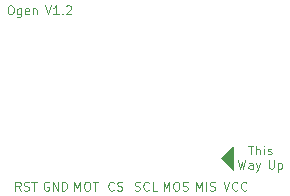
<source format=gbr>
%TF.GenerationSoftware,KiCad,Pcbnew,(7.0.0)*%
%TF.CreationDate,2023-03-29T09:50:13+01:00*%
%TF.ProjectId,Ogen,4f67656e-2e6b-4696-9361-645f70636258,rev?*%
%TF.SameCoordinates,Original*%
%TF.FileFunction,Legend,Top*%
%TF.FilePolarity,Positive*%
%FSLAX46Y46*%
G04 Gerber Fmt 4.6, Leading zero omitted, Abs format (unit mm)*
G04 Created by KiCad (PCBNEW (7.0.0)) date 2023-03-29 09:50:13*
%MOMM*%
%LPD*%
G01*
G04 APERTURE LIST*
%ADD10C,0.120000*%
%ADD11C,0.125000*%
%ADD12O,1.500000X1.700000*%
%ADD13R,1.200000X1.200000*%
%ADD14C,1.200000*%
%ADD15C,4.400000*%
G04 APERTURE END LIST*
D10*
G36*
X35650000Y-30600003D02*
G01*
X34649994Y-29600001D01*
X35649999Y-28600002D01*
X35650000Y-30600003D01*
G37*
X35650000Y-30600003D02*
X34649994Y-29600001D01*
X35649999Y-28600002D01*
X35650000Y-30600003D01*
D11*
X22261429Y-32328535D02*
X22261429Y-31578535D01*
X22261429Y-31578535D02*
X22511429Y-32114250D01*
X22511429Y-32114250D02*
X22761429Y-31578535D01*
X22761429Y-31578535D02*
X22761429Y-32328535D01*
X23261429Y-31578535D02*
X23404286Y-31578535D01*
X23404286Y-31578535D02*
X23475715Y-31614250D01*
X23475715Y-31614250D02*
X23547143Y-31685678D01*
X23547143Y-31685678D02*
X23582858Y-31828535D01*
X23582858Y-31828535D02*
X23582858Y-32078535D01*
X23582858Y-32078535D02*
X23547143Y-32221392D01*
X23547143Y-32221392D02*
X23475715Y-32292821D01*
X23475715Y-32292821D02*
X23404286Y-32328535D01*
X23404286Y-32328535D02*
X23261429Y-32328535D01*
X23261429Y-32328535D02*
X23190001Y-32292821D01*
X23190001Y-32292821D02*
X23118572Y-32221392D01*
X23118572Y-32221392D02*
X23082858Y-32078535D01*
X23082858Y-32078535D02*
X23082858Y-31828535D01*
X23082858Y-31828535D02*
X23118572Y-31685678D01*
X23118572Y-31685678D02*
X23190001Y-31614250D01*
X23190001Y-31614250D02*
X23261429Y-31578535D01*
X23797143Y-31578535D02*
X24225715Y-31578535D01*
X24011429Y-32328535D02*
X24011429Y-31578535D01*
X27377146Y-32292819D02*
X27484289Y-32328533D01*
X27484289Y-32328533D02*
X27662860Y-32328533D01*
X27662860Y-32328533D02*
X27734289Y-32292819D01*
X27734289Y-32292819D02*
X27770003Y-32257105D01*
X27770003Y-32257105D02*
X27805717Y-32185676D01*
X27805717Y-32185676D02*
X27805717Y-32114248D01*
X27805717Y-32114248D02*
X27770003Y-32042819D01*
X27770003Y-32042819D02*
X27734289Y-32007105D01*
X27734289Y-32007105D02*
X27662860Y-31971390D01*
X27662860Y-31971390D02*
X27520003Y-31935676D01*
X27520003Y-31935676D02*
X27448574Y-31899962D01*
X27448574Y-31899962D02*
X27412860Y-31864248D01*
X27412860Y-31864248D02*
X27377146Y-31792819D01*
X27377146Y-31792819D02*
X27377146Y-31721390D01*
X27377146Y-31721390D02*
X27412860Y-31649962D01*
X27412860Y-31649962D02*
X27448574Y-31614248D01*
X27448574Y-31614248D02*
X27520003Y-31578533D01*
X27520003Y-31578533D02*
X27698574Y-31578533D01*
X27698574Y-31578533D02*
X27805717Y-31614248D01*
X28555717Y-32257105D02*
X28520003Y-32292819D01*
X28520003Y-32292819D02*
X28412860Y-32328533D01*
X28412860Y-32328533D02*
X28341432Y-32328533D01*
X28341432Y-32328533D02*
X28234289Y-32292819D01*
X28234289Y-32292819D02*
X28162860Y-32221390D01*
X28162860Y-32221390D02*
X28127146Y-32149962D01*
X28127146Y-32149962D02*
X28091432Y-32007105D01*
X28091432Y-32007105D02*
X28091432Y-31899962D01*
X28091432Y-31899962D02*
X28127146Y-31757105D01*
X28127146Y-31757105D02*
X28162860Y-31685676D01*
X28162860Y-31685676D02*
X28234289Y-31614248D01*
X28234289Y-31614248D02*
X28341432Y-31578533D01*
X28341432Y-31578533D02*
X28412860Y-31578533D01*
X28412860Y-31578533D02*
X28520003Y-31614248D01*
X28520003Y-31614248D02*
X28555717Y-31649962D01*
X29234289Y-32328533D02*
X28877146Y-32328533D01*
X28877146Y-32328533D02*
X28877146Y-31578533D01*
X29809999Y-32328534D02*
X29809999Y-31578534D01*
X29809999Y-31578534D02*
X30059999Y-32114249D01*
X30059999Y-32114249D02*
X30309999Y-31578534D01*
X30309999Y-31578534D02*
X30309999Y-32328534D01*
X30809999Y-31578534D02*
X30952856Y-31578534D01*
X30952856Y-31578534D02*
X31024285Y-31614249D01*
X31024285Y-31614249D02*
X31095713Y-31685677D01*
X31095713Y-31685677D02*
X31131428Y-31828534D01*
X31131428Y-31828534D02*
X31131428Y-32078534D01*
X31131428Y-32078534D02*
X31095713Y-32221391D01*
X31095713Y-32221391D02*
X31024285Y-32292820D01*
X31024285Y-32292820D02*
X30952856Y-32328534D01*
X30952856Y-32328534D02*
X30809999Y-32328534D01*
X30809999Y-32328534D02*
X30738571Y-32292820D01*
X30738571Y-32292820D02*
X30667142Y-32221391D01*
X30667142Y-32221391D02*
X30631428Y-32078534D01*
X30631428Y-32078534D02*
X30631428Y-31828534D01*
X30631428Y-31828534D02*
X30667142Y-31685677D01*
X30667142Y-31685677D02*
X30738571Y-31614249D01*
X30738571Y-31614249D02*
X30809999Y-31578534D01*
X31417142Y-32292820D02*
X31524285Y-32328534D01*
X31524285Y-32328534D02*
X31702856Y-32328534D01*
X31702856Y-32328534D02*
X31774285Y-32292820D01*
X31774285Y-32292820D02*
X31809999Y-32257106D01*
X31809999Y-32257106D02*
X31845713Y-32185677D01*
X31845713Y-32185677D02*
X31845713Y-32114249D01*
X31845713Y-32114249D02*
X31809999Y-32042820D01*
X31809999Y-32042820D02*
X31774285Y-32007106D01*
X31774285Y-32007106D02*
X31702856Y-31971391D01*
X31702856Y-31971391D02*
X31559999Y-31935677D01*
X31559999Y-31935677D02*
X31488570Y-31899963D01*
X31488570Y-31899963D02*
X31452856Y-31864249D01*
X31452856Y-31864249D02*
X31417142Y-31792820D01*
X31417142Y-31792820D02*
X31417142Y-31721391D01*
X31417142Y-31721391D02*
X31452856Y-31649963D01*
X31452856Y-31649963D02*
X31488570Y-31614249D01*
X31488570Y-31614249D02*
X31559999Y-31578534D01*
X31559999Y-31578534D02*
X31738570Y-31578534D01*
X31738570Y-31578534D02*
X31845713Y-31614249D01*
X25605003Y-32257104D02*
X25569289Y-32292818D01*
X25569289Y-32292818D02*
X25462146Y-32328532D01*
X25462146Y-32328532D02*
X25390718Y-32328532D01*
X25390718Y-32328532D02*
X25283575Y-32292818D01*
X25283575Y-32292818D02*
X25212146Y-32221389D01*
X25212146Y-32221389D02*
X25176432Y-32149961D01*
X25176432Y-32149961D02*
X25140718Y-32007104D01*
X25140718Y-32007104D02*
X25140718Y-31899961D01*
X25140718Y-31899961D02*
X25176432Y-31757104D01*
X25176432Y-31757104D02*
X25212146Y-31685675D01*
X25212146Y-31685675D02*
X25283575Y-31614247D01*
X25283575Y-31614247D02*
X25390718Y-31578532D01*
X25390718Y-31578532D02*
X25462146Y-31578532D01*
X25462146Y-31578532D02*
X25569289Y-31614247D01*
X25569289Y-31614247D02*
X25605003Y-31649961D01*
X25890718Y-32292818D02*
X25997861Y-32328532D01*
X25997861Y-32328532D02*
X26176432Y-32328532D01*
X26176432Y-32328532D02*
X26247861Y-32292818D01*
X26247861Y-32292818D02*
X26283575Y-32257104D01*
X26283575Y-32257104D02*
X26319289Y-32185675D01*
X26319289Y-32185675D02*
X26319289Y-32114247D01*
X26319289Y-32114247D02*
X26283575Y-32042818D01*
X26283575Y-32042818D02*
X26247861Y-32007104D01*
X26247861Y-32007104D02*
X26176432Y-31971389D01*
X26176432Y-31971389D02*
X26033575Y-31935675D01*
X26033575Y-31935675D02*
X25962146Y-31899961D01*
X25962146Y-31899961D02*
X25926432Y-31864247D01*
X25926432Y-31864247D02*
X25890718Y-31792818D01*
X25890718Y-31792818D02*
X25890718Y-31721389D01*
X25890718Y-31721389D02*
X25926432Y-31649961D01*
X25926432Y-31649961D02*
X25962146Y-31614247D01*
X25962146Y-31614247D02*
X26033575Y-31578532D01*
X26033575Y-31578532D02*
X26212146Y-31578532D01*
X26212146Y-31578532D02*
X26319289Y-31614247D01*
X16789287Y-16657533D02*
X16932144Y-16657533D01*
X16932144Y-16657533D02*
X17003573Y-16693248D01*
X17003573Y-16693248D02*
X17075001Y-16764676D01*
X17075001Y-16764676D02*
X17110716Y-16907533D01*
X17110716Y-16907533D02*
X17110716Y-17157533D01*
X17110716Y-17157533D02*
X17075001Y-17300390D01*
X17075001Y-17300390D02*
X17003573Y-17371819D01*
X17003573Y-17371819D02*
X16932144Y-17407533D01*
X16932144Y-17407533D02*
X16789287Y-17407533D01*
X16789287Y-17407533D02*
X16717859Y-17371819D01*
X16717859Y-17371819D02*
X16646430Y-17300390D01*
X16646430Y-17300390D02*
X16610716Y-17157533D01*
X16610716Y-17157533D02*
X16610716Y-16907533D01*
X16610716Y-16907533D02*
X16646430Y-16764676D01*
X16646430Y-16764676D02*
X16717859Y-16693248D01*
X16717859Y-16693248D02*
X16789287Y-16657533D01*
X17753573Y-16907533D02*
X17753573Y-17514676D01*
X17753573Y-17514676D02*
X17717858Y-17586105D01*
X17717858Y-17586105D02*
X17682144Y-17621819D01*
X17682144Y-17621819D02*
X17610715Y-17657533D01*
X17610715Y-17657533D02*
X17503573Y-17657533D01*
X17503573Y-17657533D02*
X17432144Y-17621819D01*
X17753573Y-17371819D02*
X17682144Y-17407533D01*
X17682144Y-17407533D02*
X17539287Y-17407533D01*
X17539287Y-17407533D02*
X17467858Y-17371819D01*
X17467858Y-17371819D02*
X17432144Y-17336105D01*
X17432144Y-17336105D02*
X17396430Y-17264676D01*
X17396430Y-17264676D02*
X17396430Y-17050390D01*
X17396430Y-17050390D02*
X17432144Y-16978962D01*
X17432144Y-16978962D02*
X17467858Y-16943248D01*
X17467858Y-16943248D02*
X17539287Y-16907533D01*
X17539287Y-16907533D02*
X17682144Y-16907533D01*
X17682144Y-16907533D02*
X17753573Y-16943248D01*
X18396429Y-17371819D02*
X18325001Y-17407533D01*
X18325001Y-17407533D02*
X18182144Y-17407533D01*
X18182144Y-17407533D02*
X18110715Y-17371819D01*
X18110715Y-17371819D02*
X18075001Y-17300390D01*
X18075001Y-17300390D02*
X18075001Y-17014676D01*
X18075001Y-17014676D02*
X18110715Y-16943248D01*
X18110715Y-16943248D02*
X18182144Y-16907533D01*
X18182144Y-16907533D02*
X18325001Y-16907533D01*
X18325001Y-16907533D02*
X18396429Y-16943248D01*
X18396429Y-16943248D02*
X18432144Y-17014676D01*
X18432144Y-17014676D02*
X18432144Y-17086105D01*
X18432144Y-17086105D02*
X18075001Y-17157533D01*
X18753572Y-16907533D02*
X18753572Y-17407533D01*
X18753572Y-16978962D02*
X18789286Y-16943248D01*
X18789286Y-16943248D02*
X18860715Y-16907533D01*
X18860715Y-16907533D02*
X18967858Y-16907533D01*
X18967858Y-16907533D02*
X19039286Y-16943248D01*
X19039286Y-16943248D02*
X19075001Y-17014676D01*
X19075001Y-17014676D02*
X19075001Y-17407533D01*
X19775000Y-16657533D02*
X20025000Y-17407533D01*
X20025000Y-17407533D02*
X20275000Y-16657533D01*
X20917857Y-17407533D02*
X20489286Y-17407533D01*
X20703571Y-17407533D02*
X20703571Y-16657533D01*
X20703571Y-16657533D02*
X20632143Y-16764676D01*
X20632143Y-16764676D02*
X20560714Y-16836105D01*
X20560714Y-16836105D02*
X20489286Y-16871819D01*
X21239286Y-17336105D02*
X21275000Y-17371819D01*
X21275000Y-17371819D02*
X21239286Y-17407533D01*
X21239286Y-17407533D02*
X21203572Y-17371819D01*
X21203572Y-17371819D02*
X21239286Y-17336105D01*
X21239286Y-17336105D02*
X21239286Y-17407533D01*
X21560715Y-16728962D02*
X21596429Y-16693248D01*
X21596429Y-16693248D02*
X21667858Y-16657533D01*
X21667858Y-16657533D02*
X21846429Y-16657533D01*
X21846429Y-16657533D02*
X21917858Y-16693248D01*
X21917858Y-16693248D02*
X21953572Y-16728962D01*
X21953572Y-16728962D02*
X21989286Y-16800390D01*
X21989286Y-16800390D02*
X21989286Y-16871819D01*
X21989286Y-16871819D02*
X21953572Y-16978962D01*
X21953572Y-16978962D02*
X21525000Y-17407533D01*
X21525000Y-17407533D02*
X21989286Y-17407533D01*
X36964285Y-28518035D02*
X37392857Y-28518035D01*
X37178571Y-29268035D02*
X37178571Y-28518035D01*
X37642857Y-29268035D02*
X37642857Y-28518035D01*
X37964286Y-29268035D02*
X37964286Y-28875178D01*
X37964286Y-28875178D02*
X37928571Y-28803750D01*
X37928571Y-28803750D02*
X37857143Y-28768035D01*
X37857143Y-28768035D02*
X37750000Y-28768035D01*
X37750000Y-28768035D02*
X37678571Y-28803750D01*
X37678571Y-28803750D02*
X37642857Y-28839464D01*
X38321428Y-29268035D02*
X38321428Y-28768035D01*
X38321428Y-28518035D02*
X38285714Y-28553750D01*
X38285714Y-28553750D02*
X38321428Y-28589464D01*
X38321428Y-28589464D02*
X38357142Y-28553750D01*
X38357142Y-28553750D02*
X38321428Y-28518035D01*
X38321428Y-28518035D02*
X38321428Y-28589464D01*
X38642857Y-29232321D02*
X38714285Y-29268035D01*
X38714285Y-29268035D02*
X38857142Y-29268035D01*
X38857142Y-29268035D02*
X38928571Y-29232321D01*
X38928571Y-29232321D02*
X38964285Y-29160892D01*
X38964285Y-29160892D02*
X38964285Y-29125178D01*
X38964285Y-29125178D02*
X38928571Y-29053750D01*
X38928571Y-29053750D02*
X38857142Y-29018035D01*
X38857142Y-29018035D02*
X38750000Y-29018035D01*
X38750000Y-29018035D02*
X38678571Y-28982321D01*
X38678571Y-28982321D02*
X38642857Y-28910892D01*
X38642857Y-28910892D02*
X38642857Y-28875178D01*
X38642857Y-28875178D02*
X38678571Y-28803750D01*
X38678571Y-28803750D02*
X38750000Y-28768035D01*
X38750000Y-28768035D02*
X38857142Y-28768035D01*
X38857142Y-28768035D02*
X38928571Y-28803750D01*
X36096428Y-29733035D02*
X36275000Y-30483035D01*
X36275000Y-30483035D02*
X36417857Y-29947321D01*
X36417857Y-29947321D02*
X36560714Y-30483035D01*
X36560714Y-30483035D02*
X36739286Y-29733035D01*
X37346429Y-30483035D02*
X37346429Y-30090178D01*
X37346429Y-30090178D02*
X37310714Y-30018750D01*
X37310714Y-30018750D02*
X37239286Y-29983035D01*
X37239286Y-29983035D02*
X37096429Y-29983035D01*
X37096429Y-29983035D02*
X37025000Y-30018750D01*
X37346429Y-30447321D02*
X37275000Y-30483035D01*
X37275000Y-30483035D02*
X37096429Y-30483035D01*
X37096429Y-30483035D02*
X37025000Y-30447321D01*
X37025000Y-30447321D02*
X36989286Y-30375892D01*
X36989286Y-30375892D02*
X36989286Y-30304464D01*
X36989286Y-30304464D02*
X37025000Y-30233035D01*
X37025000Y-30233035D02*
X37096429Y-30197321D01*
X37096429Y-30197321D02*
X37275000Y-30197321D01*
X37275000Y-30197321D02*
X37346429Y-30161607D01*
X37632142Y-29983035D02*
X37810714Y-30483035D01*
X37989285Y-29983035D02*
X37810714Y-30483035D01*
X37810714Y-30483035D02*
X37739285Y-30661607D01*
X37739285Y-30661607D02*
X37703571Y-30697321D01*
X37703571Y-30697321D02*
X37632142Y-30733035D01*
X38725000Y-29733035D02*
X38725000Y-30340178D01*
X38725000Y-30340178D02*
X38760714Y-30411607D01*
X38760714Y-30411607D02*
X38796429Y-30447321D01*
X38796429Y-30447321D02*
X38867857Y-30483035D01*
X38867857Y-30483035D02*
X39010714Y-30483035D01*
X39010714Y-30483035D02*
X39082143Y-30447321D01*
X39082143Y-30447321D02*
X39117857Y-30411607D01*
X39117857Y-30411607D02*
X39153571Y-30340178D01*
X39153571Y-30340178D02*
X39153571Y-29733035D01*
X39510714Y-29983035D02*
X39510714Y-30733035D01*
X39510714Y-30018750D02*
X39582143Y-29983035D01*
X39582143Y-29983035D02*
X39725000Y-29983035D01*
X39725000Y-29983035D02*
X39796428Y-30018750D01*
X39796428Y-30018750D02*
X39832143Y-30054464D01*
X39832143Y-30054464D02*
X39867857Y-30125892D01*
X39867857Y-30125892D02*
X39867857Y-30340178D01*
X39867857Y-30340178D02*
X39832143Y-30411607D01*
X39832143Y-30411607D02*
X39796428Y-30447321D01*
X39796428Y-30447321D02*
X39725000Y-30483035D01*
X39725000Y-30483035D02*
X39582143Y-30483035D01*
X39582143Y-30483035D02*
X39510714Y-30447321D01*
X34890001Y-31578533D02*
X35140001Y-32328533D01*
X35140001Y-32328533D02*
X35390001Y-31578533D01*
X36068572Y-32257105D02*
X36032858Y-32292819D01*
X36032858Y-32292819D02*
X35925715Y-32328533D01*
X35925715Y-32328533D02*
X35854287Y-32328533D01*
X35854287Y-32328533D02*
X35747144Y-32292819D01*
X35747144Y-32292819D02*
X35675715Y-32221390D01*
X35675715Y-32221390D02*
X35640001Y-32149962D01*
X35640001Y-32149962D02*
X35604287Y-32007105D01*
X35604287Y-32007105D02*
X35604287Y-31899962D01*
X35604287Y-31899962D02*
X35640001Y-31757105D01*
X35640001Y-31757105D02*
X35675715Y-31685676D01*
X35675715Y-31685676D02*
X35747144Y-31614248D01*
X35747144Y-31614248D02*
X35854287Y-31578533D01*
X35854287Y-31578533D02*
X35925715Y-31578533D01*
X35925715Y-31578533D02*
X36032858Y-31614248D01*
X36032858Y-31614248D02*
X36068572Y-31649962D01*
X36818572Y-32257105D02*
X36782858Y-32292819D01*
X36782858Y-32292819D02*
X36675715Y-32328533D01*
X36675715Y-32328533D02*
X36604287Y-32328533D01*
X36604287Y-32328533D02*
X36497144Y-32292819D01*
X36497144Y-32292819D02*
X36425715Y-32221390D01*
X36425715Y-32221390D02*
X36390001Y-32149962D01*
X36390001Y-32149962D02*
X36354287Y-32007105D01*
X36354287Y-32007105D02*
X36354287Y-31899962D01*
X36354287Y-31899962D02*
X36390001Y-31757105D01*
X36390001Y-31757105D02*
X36425715Y-31685676D01*
X36425715Y-31685676D02*
X36497144Y-31614248D01*
X36497144Y-31614248D02*
X36604287Y-31578533D01*
X36604287Y-31578533D02*
X36675715Y-31578533D01*
X36675715Y-31578533D02*
X36782858Y-31614248D01*
X36782858Y-31614248D02*
X36818572Y-31649962D01*
X32564287Y-32328532D02*
X32564287Y-31578532D01*
X32564287Y-31578532D02*
X32814287Y-32114247D01*
X32814287Y-32114247D02*
X33064287Y-31578532D01*
X33064287Y-31578532D02*
X33064287Y-32328532D01*
X33421430Y-32328532D02*
X33421430Y-31578532D01*
X33742859Y-32292818D02*
X33850002Y-32328532D01*
X33850002Y-32328532D02*
X34028573Y-32328532D01*
X34028573Y-32328532D02*
X34100002Y-32292818D01*
X34100002Y-32292818D02*
X34135716Y-32257104D01*
X34135716Y-32257104D02*
X34171430Y-32185675D01*
X34171430Y-32185675D02*
X34171430Y-32114247D01*
X34171430Y-32114247D02*
X34135716Y-32042818D01*
X34135716Y-32042818D02*
X34100002Y-32007104D01*
X34100002Y-32007104D02*
X34028573Y-31971389D01*
X34028573Y-31971389D02*
X33885716Y-31935675D01*
X33885716Y-31935675D02*
X33814287Y-31899961D01*
X33814287Y-31899961D02*
X33778573Y-31864247D01*
X33778573Y-31864247D02*
X33742859Y-31792818D01*
X33742859Y-31792818D02*
X33742859Y-31721389D01*
X33742859Y-31721389D02*
X33778573Y-31649961D01*
X33778573Y-31649961D02*
X33814287Y-31614247D01*
X33814287Y-31614247D02*
X33885716Y-31578532D01*
X33885716Y-31578532D02*
X34064287Y-31578532D01*
X34064287Y-31578532D02*
X34171430Y-31614247D01*
X20078572Y-31614247D02*
X20007144Y-31578532D01*
X20007144Y-31578532D02*
X19900001Y-31578532D01*
X19900001Y-31578532D02*
X19792858Y-31614247D01*
X19792858Y-31614247D02*
X19721429Y-31685675D01*
X19721429Y-31685675D02*
X19685715Y-31757104D01*
X19685715Y-31757104D02*
X19650001Y-31899961D01*
X19650001Y-31899961D02*
X19650001Y-32007104D01*
X19650001Y-32007104D02*
X19685715Y-32149961D01*
X19685715Y-32149961D02*
X19721429Y-32221389D01*
X19721429Y-32221389D02*
X19792858Y-32292818D01*
X19792858Y-32292818D02*
X19900001Y-32328532D01*
X19900001Y-32328532D02*
X19971429Y-32328532D01*
X19971429Y-32328532D02*
X20078572Y-32292818D01*
X20078572Y-32292818D02*
X20114286Y-32257104D01*
X20114286Y-32257104D02*
X20114286Y-32007104D01*
X20114286Y-32007104D02*
X19971429Y-32007104D01*
X20435715Y-32328532D02*
X20435715Y-31578532D01*
X20435715Y-31578532D02*
X20864286Y-32328532D01*
X20864286Y-32328532D02*
X20864286Y-31578532D01*
X21221429Y-32328532D02*
X21221429Y-31578532D01*
X21221429Y-31578532D02*
X21400000Y-31578532D01*
X21400000Y-31578532D02*
X21507143Y-31614247D01*
X21507143Y-31614247D02*
X21578572Y-31685675D01*
X21578572Y-31685675D02*
X21614286Y-31757104D01*
X21614286Y-31757104D02*
X21650000Y-31899961D01*
X21650000Y-31899961D02*
X21650000Y-32007104D01*
X21650000Y-32007104D02*
X21614286Y-32149961D01*
X21614286Y-32149961D02*
X21578572Y-32221389D01*
X21578572Y-32221389D02*
X21507143Y-32292818D01*
X21507143Y-32292818D02*
X21400000Y-32328532D01*
X21400000Y-32328532D02*
X21221429Y-32328532D01*
X17699287Y-32328532D02*
X17449287Y-31971389D01*
X17270716Y-32328532D02*
X17270716Y-31578532D01*
X17270716Y-31578532D02*
X17556430Y-31578532D01*
X17556430Y-31578532D02*
X17627859Y-31614247D01*
X17627859Y-31614247D02*
X17663573Y-31649961D01*
X17663573Y-31649961D02*
X17699287Y-31721389D01*
X17699287Y-31721389D02*
X17699287Y-31828532D01*
X17699287Y-31828532D02*
X17663573Y-31899961D01*
X17663573Y-31899961D02*
X17627859Y-31935675D01*
X17627859Y-31935675D02*
X17556430Y-31971389D01*
X17556430Y-31971389D02*
X17270716Y-31971389D01*
X17985002Y-32292818D02*
X18092145Y-32328532D01*
X18092145Y-32328532D02*
X18270716Y-32328532D01*
X18270716Y-32328532D02*
X18342145Y-32292818D01*
X18342145Y-32292818D02*
X18377859Y-32257104D01*
X18377859Y-32257104D02*
X18413573Y-32185675D01*
X18413573Y-32185675D02*
X18413573Y-32114247D01*
X18413573Y-32114247D02*
X18377859Y-32042818D01*
X18377859Y-32042818D02*
X18342145Y-32007104D01*
X18342145Y-32007104D02*
X18270716Y-31971389D01*
X18270716Y-31971389D02*
X18127859Y-31935675D01*
X18127859Y-31935675D02*
X18056430Y-31899961D01*
X18056430Y-31899961D02*
X18020716Y-31864247D01*
X18020716Y-31864247D02*
X17985002Y-31792818D01*
X17985002Y-31792818D02*
X17985002Y-31721389D01*
X17985002Y-31721389D02*
X18020716Y-31649961D01*
X18020716Y-31649961D02*
X18056430Y-31614247D01*
X18056430Y-31614247D02*
X18127859Y-31578532D01*
X18127859Y-31578532D02*
X18306430Y-31578532D01*
X18306430Y-31578532D02*
X18413573Y-31614247D01*
X18627859Y-31578532D02*
X19056431Y-31578532D01*
X18842145Y-32328532D02*
X18842145Y-31578532D01*
%LPC*%
%TO.C,A1*%
G36*
X15144571Y-15603502D02*
G01*
X15151334Y-15655330D01*
X15103995Y-15764757D01*
X15066667Y-15777334D01*
X14998542Y-15706208D01*
X14982000Y-15603003D01*
X15014593Y-15485933D01*
X15066667Y-15481000D01*
X15144571Y-15603502D01*
G37*
G36*
X15702268Y-15238380D02*
G01*
X15742704Y-15375167D01*
X15689947Y-15435840D01*
X15584149Y-15407486D01*
X15532334Y-15354000D01*
X15521370Y-15212532D01*
X15537920Y-15175628D01*
X15616485Y-15153364D01*
X15702268Y-15238380D01*
G37*
G36*
X16240763Y-14884987D02*
G01*
X16236125Y-14935959D01*
X16128930Y-15064271D01*
X16087959Y-15084125D01*
X16009238Y-15061013D01*
X16013875Y-15010042D01*
X16121071Y-14881730D01*
X16162042Y-14861875D01*
X16240763Y-14884987D01*
G37*
G36*
X16536524Y-14481413D02*
G01*
X16588942Y-14598000D01*
X16534726Y-14673724D01*
X16510997Y-14676667D01*
X16395513Y-14615455D01*
X16382616Y-14597850D01*
X16386662Y-14497350D01*
X16476170Y-14453603D01*
X16536524Y-14481413D01*
G37*
G36*
X18112207Y-14571763D02*
G01*
X18114667Y-14592000D01*
X18050238Y-14674207D01*
X18030000Y-14676667D01*
X17947794Y-14612238D01*
X17945334Y-14592000D01*
X18009763Y-14509794D01*
X18030000Y-14507334D01*
X18112207Y-14571763D01*
G37*
G36*
X21427786Y-14549667D02*
G01*
X21607352Y-14549667D01*
X21614167Y-14723918D01*
X21633353Y-14768892D01*
X21644173Y-14741154D01*
X21659943Y-14537833D01*
X21645882Y-14402487D01*
X21623578Y-14355562D01*
X21609548Y-14457327D01*
X21607352Y-14549667D01*
X21427786Y-14549667D01*
X21423836Y-14465735D01*
X21439570Y-14256932D01*
X21492020Y-14134176D01*
X21529919Y-14095409D01*
X21676517Y-14028212D01*
X21751625Y-14039375D01*
X21807940Y-14159134D01*
X21833321Y-14398315D01*
X21827750Y-14709852D01*
X21791208Y-15046678D01*
X21752083Y-15251526D01*
X21709118Y-15585844D01*
X21756443Y-15800249D01*
X21888204Y-15883191D01*
X22053281Y-15845859D01*
X22226548Y-15740925D01*
X22242146Y-15636726D01*
X22136333Y-15523333D01*
X22020149Y-15358498D01*
X22043488Y-15269862D01*
X22256281Y-15269862D01*
X22293466Y-15424096D01*
X22399704Y-15587832D01*
X22550273Y-15759667D01*
X22665139Y-15855098D01*
X22686667Y-15862000D01*
X22779723Y-15801072D01*
X22924011Y-15648903D01*
X22973629Y-15587832D01*
X23099821Y-15378608D01*
X23108793Y-15245254D01*
X23008315Y-15210924D01*
X22865090Y-15264469D01*
X22656958Y-15315975D01*
X22508244Y-15264469D01*
X22330464Y-15208936D01*
X22256281Y-15269862D01*
X22043488Y-15269862D01*
X22066866Y-15181076D01*
X22178667Y-15057667D01*
X22311786Y-14954832D01*
X22412200Y-14970256D01*
X22517334Y-15057667D01*
X22649704Y-15159982D01*
X22749981Y-15145373D01*
X22858988Y-15054963D01*
X22988037Y-14953891D01*
X23084155Y-14964389D01*
X23213534Y-15081237D01*
X23334094Y-15229790D01*
X23335534Y-15361869D01*
X23285226Y-15469991D01*
X23223370Y-15675931D01*
X23267169Y-15821178D01*
X23368997Y-15862000D01*
X23413030Y-15785530D01*
X23441964Y-15588650D01*
X23448667Y-15406148D01*
X23448667Y-14950297D01*
X23837768Y-14963394D01*
X24159400Y-15010598D01*
X24336728Y-15126731D01*
X24412010Y-15290687D01*
X24477088Y-15531720D01*
X24521135Y-15788571D01*
X24533326Y-15999978D01*
X24508748Y-16100141D01*
X24430001Y-16096056D01*
X24353521Y-15972887D01*
X24303796Y-15779421D01*
X24296630Y-15677548D01*
X24237035Y-15438277D01*
X24091223Y-15254746D01*
X23911265Y-15184667D01*
X23771689Y-15260333D01*
X23664116Y-15451367D01*
X23618153Y-15703819D01*
X23618000Y-15719067D01*
X23568124Y-15923754D01*
X23489412Y-16032652D01*
X23367750Y-16090690D01*
X23235998Y-16024758D01*
X23193079Y-15987563D01*
X23060444Y-15885692D01*
X22959623Y-15902573D01*
X22857588Y-15987563D01*
X22713327Y-16086382D01*
X22596799Y-16059549D01*
X22558509Y-16030373D01*
X22439708Y-15969203D01*
X22275430Y-15979315D01*
X22081271Y-16035535D01*
X21855526Y-16100160D01*
X21729206Y-16097860D01*
X21645074Y-16025983D01*
X21636844Y-16014957D01*
X21544876Y-15929348D01*
X21423162Y-15945188D01*
X21315697Y-15996866D01*
X21086348Y-16065083D01*
X20772346Y-16094719D01*
X20642112Y-16093154D01*
X20372367Y-16070762D01*
X20229664Y-16023793D01*
X20171893Y-15935520D01*
X20165613Y-15903898D01*
X20108042Y-15588986D01*
X20050528Y-15424630D01*
X19986047Y-15392204D01*
X19974851Y-15397868D01*
X19922340Y-15507816D01*
X19894179Y-15717716D01*
X19892667Y-15782330D01*
X19873626Y-15992551D01*
X19826141Y-16108238D01*
X19808000Y-16116000D01*
X19754658Y-16040962D01*
X19725303Y-15853822D01*
X19723334Y-15782330D01*
X19704246Y-15557336D01*
X19656834Y-15413700D01*
X19641149Y-15397868D01*
X19574675Y-15411713D01*
X19516331Y-15555473D01*
X19459230Y-15847438D01*
X19450469Y-15904334D01*
X19404919Y-16009861D01*
X19280357Y-16066099D01*
X19033420Y-16091544D01*
X19008806Y-16092724D01*
X18740502Y-16084935D01*
X18532837Y-16043511D01*
X18474181Y-16013502D01*
X18356383Y-15963052D01*
X18281073Y-16036070D01*
X18183832Y-16108669D01*
X18090389Y-16031312D01*
X18012687Y-15823182D01*
X17973834Y-15583219D01*
X18406585Y-15583219D01*
X18447664Y-15682073D01*
X18591830Y-15836811D01*
X18750439Y-15833794D01*
X18873688Y-15698233D01*
X18950868Y-15463295D01*
X18943033Y-15251053D01*
X18867863Y-15136892D01*
X18752338Y-15152119D01*
X18590080Y-15264623D01*
X18562881Y-15290635D01*
X18426215Y-15453521D01*
X18406585Y-15583219D01*
X17973834Y-15583219D01*
X17964945Y-15528317D01*
X17928301Y-15268025D01*
X17871232Y-15138264D01*
X17775465Y-15100249D01*
X17763133Y-15100000D01*
X17610625Y-15177744D01*
X17497153Y-15385950D01*
X17440560Y-15687078D01*
X17437334Y-15785503D01*
X17388962Y-16009962D01*
X17267909Y-16111005D01*
X17110262Y-16094990D01*
X16952114Y-15968278D01*
X16829553Y-15737230D01*
X16811500Y-15675207D01*
X16735999Y-15378001D01*
X16401838Y-15712163D01*
X15928123Y-16087980D01*
X15411724Y-16303982D01*
X14885547Y-16368141D01*
X14533991Y-16345384D01*
X14294583Y-16265674D01*
X14208213Y-16206677D01*
X14098566Y-16080662D01*
X14245766Y-16080662D01*
X14388948Y-16171444D01*
X14410500Y-16181998D01*
X14788365Y-16272692D01*
X15252763Y-16226205D01*
X15515371Y-16151015D01*
X15860489Y-15977970D01*
X16217560Y-15708210D01*
X16544080Y-15383606D01*
X16797549Y-15046029D01*
X16930549Y-14756818D01*
X16992872Y-14413797D01*
X16985838Y-14137810D01*
X16912554Y-13966227D01*
X16862141Y-13934076D01*
X16790229Y-13954674D01*
X16804743Y-14105790D01*
X16804966Y-14106677D01*
X16813050Y-14413623D01*
X16721583Y-14774221D01*
X16551509Y-15123147D01*
X16423600Y-15296150D01*
X16204580Y-15498579D01*
X15914027Y-15709359D01*
X15742298Y-15812422D01*
X15465941Y-15947838D01*
X15229736Y-16012935D01*
X14951434Y-16024770D01*
X14762801Y-16015538D01*
X14428911Y-16004495D01*
X14257826Y-16025608D01*
X14245766Y-16080662D01*
X14098566Y-16080662D01*
X14075963Y-16054685D01*
X14093000Y-15959320D01*
X14164503Y-15895418D01*
X14450973Y-15895418D01*
X14603638Y-15948654D01*
X14861367Y-15948003D01*
X15171162Y-15900323D01*
X15480027Y-15812472D01*
X15648603Y-15740438D01*
X16083578Y-15452609D01*
X16427958Y-15090038D01*
X16645980Y-14692105D01*
X16670243Y-14615481D01*
X16745231Y-14294934D01*
X16750360Y-14121564D01*
X16709424Y-14084000D01*
X16626433Y-14133339D01*
X16440332Y-14267060D01*
X16180202Y-14463719D01*
X15926257Y-14661471D01*
X15576564Y-14936134D01*
X15228625Y-15207749D01*
X14932437Y-15437359D01*
X14796695Y-15541555D01*
X14593972Y-15709940D01*
X14470435Y-15840067D01*
X14450973Y-15895418D01*
X14164503Y-15895418D01*
X14257845Y-15811999D01*
X14515143Y-15601378D01*
X14840093Y-15345897D01*
X15207893Y-15063996D01*
X15593744Y-14774116D01*
X15972844Y-14494697D01*
X16320391Y-14244179D01*
X16611585Y-14041001D01*
X16821624Y-13903604D01*
X16925707Y-13850429D01*
X16929334Y-13850454D01*
X17039602Y-13953341D01*
X17085113Y-14203094D01*
X17065153Y-14589819D01*
X17009031Y-14951848D01*
X16954389Y-15306257D01*
X16949821Y-15548069D01*
X16994814Y-15726290D01*
X17000777Y-15739789D01*
X17101490Y-15893728D01*
X17183617Y-15887947D01*
X17240891Y-15731609D01*
X17267045Y-15433879D01*
X17268000Y-15349003D01*
X17280967Y-15080458D01*
X17314780Y-14898612D01*
X17352667Y-14846000D01*
X17434893Y-14908485D01*
X17437334Y-14928010D01*
X17499193Y-14983503D01*
X17543167Y-14977415D01*
X17836469Y-14894795D01*
X18006888Y-14882577D01*
X18091289Y-14955000D01*
X18126536Y-15126301D01*
X18133544Y-15205447D01*
X18153716Y-15425686D01*
X18177562Y-15493646D01*
X18222109Y-15425853D01*
X18263731Y-15331793D01*
X18420294Y-15112495D01*
X18635176Y-14976674D01*
X18854337Y-14951546D01*
X18946742Y-14987781D01*
X19045859Y-15123305D01*
X19086336Y-15382524D01*
X19088334Y-15484145D01*
X19109955Y-15758178D01*
X19169449Y-15909045D01*
X19194167Y-15925500D01*
X19259178Y-15892589D01*
X19292691Y-15726126D01*
X19300000Y-15493052D01*
X19321630Y-15161861D01*
X19389452Y-14989261D01*
X19507863Y-14969748D01*
X19644002Y-15062495D01*
X19775523Y-15162052D01*
X19877406Y-15141636D01*
X19971998Y-15062495D01*
X20135782Y-14962169D01*
X20246343Y-15012029D01*
X20308251Y-15217278D01*
X20325277Y-15464830D01*
X20334553Y-15904334D01*
X20407070Y-15535471D01*
X20442296Y-15409679D01*
X20654667Y-15409679D01*
X20688144Y-15485244D01*
X20813119Y-15444468D01*
X20819285Y-15441190D01*
X20973710Y-15336459D01*
X21032333Y-15274729D01*
X21020639Y-15166861D01*
X20991006Y-15140895D01*
X20858814Y-15141999D01*
X20724584Y-15244050D01*
X20655423Y-15393420D01*
X20654667Y-15409679D01*
X20442296Y-15409679D01*
X20501858Y-15196980D01*
X20633098Y-15003632D01*
X20818082Y-14932326D01*
X20859767Y-14930667D01*
X21102977Y-14985052D01*
X21223226Y-15124047D01*
X21216162Y-15311413D01*
X21077437Y-15510907D01*
X20941748Y-15613718D01*
X20759222Y-15738119D01*
X20708851Y-15816298D01*
X20771647Y-15878392D01*
X20774123Y-15879787D01*
X20998637Y-15919558D01*
X21217286Y-15814388D01*
X21365922Y-15623167D01*
X21436136Y-15380722D01*
X21450920Y-15018423D01*
X21439622Y-14801198D01*
X21427786Y-14549667D01*
G37*
%TD*%
D12*
%TO.C,J1*%
X35890000Y-33449999D03*
X33350000Y-33449999D03*
X30810000Y-33449999D03*
X28270000Y-33449999D03*
X25730000Y-33449999D03*
X23190000Y-33449999D03*
X20650000Y-33449999D03*
X18110000Y-33449999D03*
%TD*%
D13*
%TO.C,U1*%
X32659999Y-29349999D03*
D14*
X30880000Y-29350000D03*
X29100000Y-29350000D03*
X27320000Y-29350000D03*
X25540000Y-29350000D03*
X23760000Y-29350000D03*
X21980000Y-29350000D03*
X20200000Y-29350000D03*
X19310000Y-18650000D03*
X21090000Y-18650000D03*
X22870000Y-18650000D03*
X24650000Y-18650000D03*
X26430000Y-18650000D03*
X28210000Y-18650000D03*
X29990000Y-18650000D03*
X31770000Y-18650000D03*
%TD*%
D15*
%TO.C,H1*%
X39000001Y-24000001D03*
%TD*%
%TO.C,H2*%
X15000001Y-23999999D03*
%TD*%
M02*

</source>
